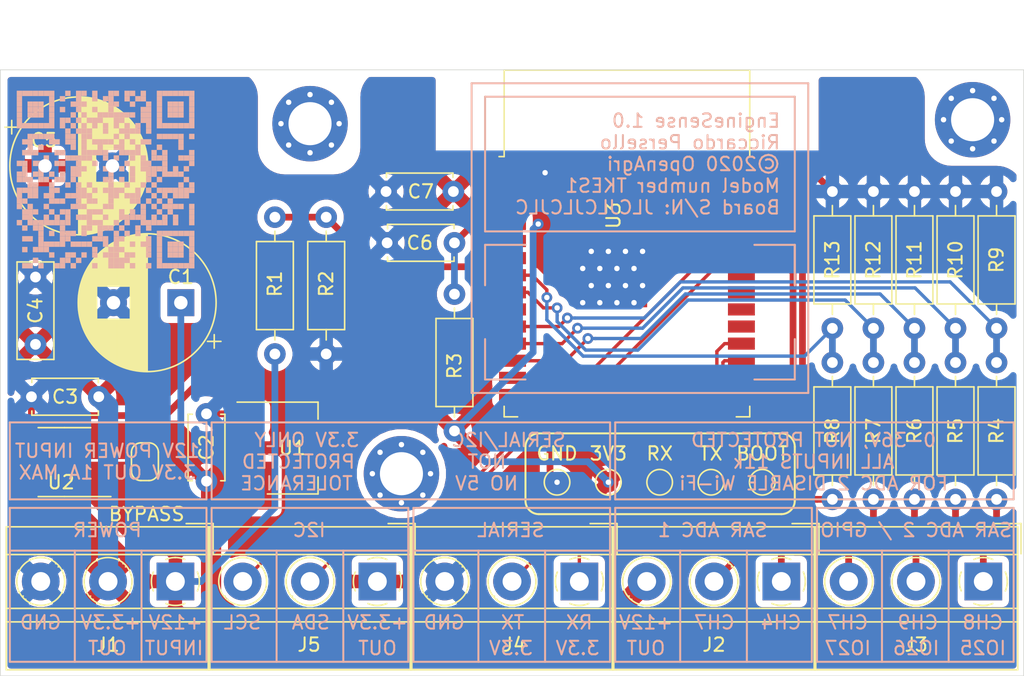
<source format=kicad_pcb>
(kicad_pcb (version 20171130) (host pcbnew "(5.1.5-0-10_14)")
  (layers (0 F.Cu signal) (31 B.Cu signal) (34 B.Paste user hide) (35 F.Paste user hide) (36 B.SilkS user) (37 F.SilkS user) (38 B.Mask user) (39 F.Mask user) (44 Edge.Cuts user))
  (net 0 "")
  (net 1 +12V)
  (net 2 GND)
  (net 3 +3V3)
  (net 4 "Net-(C7-Pad2)")
  (net 5 /SCL)
  (net 6 /SDA)
  (net 7 /AN_VOLT)
  (net 8 /PR_BOOT)
  (net 9 /PR_TX)
  (net 10 /PR_RX)
  (net 11 "Net-(U2-Pad6)")
  (net 12 /AN_CURR)
  (net 13 "Net-(U3-Pad4)")
  (net 14 "Net-(U3-Pad5)")
  (net 15 "Net-(U3-Pad13)")
  (net 16 "Net-(U3-Pad14)")
  (net 17 "Net-(U3-Pad16)")
  (net 18 "Net-(U3-Pad17)")
  (net 19 "Net-(U3-Pad18)")
  (net 20 "Net-(U3-Pad19)")
  (net 21 "Net-(U3-Pad20)")
  (net 22 "Net-(U3-Pad21)")
  (net 23 "Net-(U3-Pad22)")
  (net 24 "Net-(U3-Pad23)")
  (net 25 "Net-(U3-Pad24)")
  (net 26 "Net-(U3-Pad26)")
  (net 27 "Net-(U3-Pad29)")
  (net 28 "Net-(U3-Pad30)")
  (net 29 "Net-(U3-Pad31)")
  (net 30 "Net-(U3-Pad32)")
  (net 31 "Net-(U3-Pad37)")
  (net 32 /RX)
  (net 33 /TX)
  (net 34 "Net-(R4-Pad2)")
  (net 35 "Net-(R10-Pad1)")
  (net 36 "Net-(R11-Pad1)")
  (net 37 "Net-(R12-Pad1)")
  (net 38 "Net-(R13-Pad1)")
  (net 39 /12VIN)
  (net 40 /ADC1_4)
  (net 41 /ADC1_7)
  (net 42 /ADC2_7)
  (net 43 /ADC2_9)
  (net 44 /ADC2_8)
  (module open-agri.github.io/TKES1 (layer B.Cu) (at 59.817 65.151 180)
    (fp_text reference " " (at 0 -7.8) (layer B.SilkS) (effects (justify mirror)))
    (fp_text value " " (at 0 7.8) (layer B.SilkS) (effects (justify mirror)))
  )
  (module MountingHole:MountingHole_3.2mm_M3_DIN965_Pad (layer F.Cu) (at 81.788 86.995)
    (fp_text reference " " (at 0 -3.8) (layer F.SilkS))
    (fp_text value MountingHole_3.2mm_M3_DIN965_Pad)
    (pad 1 thru_hole circle (at 0 0) (size 5.6 5.6) (drill 3.2) (layers *.Cu *.Mask))
  )
  (module MountingHole:MountingHole_3.2mm_M3_DIN965_Pad (layer F.Cu) (at 124.206 60.706)
    (fp_text reference " " (at 0 -3.8) (layer F.SilkS))
    (fp_text value MountingHole_3.2mm_M3_DIN965_Pad)
    (pad 1 thru_hole circle (at 0 0) (size 5.6 5.6) (drill 3.2) (layers *.Cu *.Mask))
  )
  (module MountingHole:MountingHole_3.2mm_M3_DIN965_Pad (layer F.Cu) (at 75 61)
    (fp_text reference " " (at 0 -3.8) (layer F.SilkS))
    (fp_text value MountingHole_3.2mm_M3_DIN965_Pad)
    (pad 1 thru_hole circle (at 0 0) (size 5.6 5.6) (drill 3.2) (layers *.Cu *.Mask))
  )
  (module Capacitor_THT:CP_Radial_D10.0mm_P5.00mm (layer F.Cu) (at 65.405 74.295 180)
    (fp_text reference C1 (at 0 1.905) (layer F.SilkS))
    (fp_text value 100u)
    (pad 1 thru_hole rect (at 0 0 180) (size 2 2) (drill 1) (layers *.Cu *.Mask) (net 1 +12V))
    (pad 2 thru_hole circle (at 5 0 180) (size 2 2) (drill 1) (layers *.Cu *.Mask) (net 2 GND))
  )
  (module Capacitor_THT:C_Disc_D4.7mm_W2.5mm_P5.00mm (layer F.Cu) (at 67.31 87.55 90)
    (fp_text reference C2 (at 2.5 0 90) (layer F.SilkS))
    (fp_text value 1u)
    (pad 2 thru_hole circle (at 5 0 90) (size 1.6 1.6) (drill 0.8) (layers *.Cu *.Mask) (net 2 GND))
    (pad 1 thru_hole circle (at 0 0 90) (size 1.6 1.6) (drill 0.8) (layers *.Cu *.Mask) (net 1 +12V))
  )
  (module Capacitor_THT:C_Disc_D4.7mm_W2.5mm_P5.00mm (layer F.Cu) (at 59.309 81.28 180)
    (fp_text reference C3 (at 2.5 0) (layer F.SilkS))
    (fp_text value 100n)
    (pad 2 thru_hole circle (at 5 0 180) (size 1.6 1.6) (drill 0.8) (layers *.Cu *.Mask) (net 2 GND))
    (pad 1 thru_hole circle (at 0 0 180) (size 1.6 1.6) (drill 0.8) (layers *.Cu *.Mask) (net 3 +3V3))
  )
  (module Capacitor_THT:C_Disc_D7.0mm_W2.5mm_P5.00mm (layer F.Cu) (at 54.61 77.39 90)
    (fp_text reference C4 (at 2.5 0 90) (layer F.SilkS))
    (fp_text value 2.2u)
    (pad 1 thru_hole circle (at 0 0 90) (size 1.6 1.6) (drill 0.8) (layers *.Cu *.Mask) (net 3 +3V3))
    (pad 2 thru_hole circle (at 5 0 90) (size 1.6 1.6) (drill 0.8) (layers *.Cu *.Mask) (net 2 GND))
  )
  (module Capacitor_THT:CP_Radial_D10.0mm_P5.00mm (layer F.Cu) (at 55.325 64.135)
    (fp_text reference C5 (at -0.08 -1.905) (layer F.SilkS))
    (fp_text value 220u)
    (pad 2 thru_hole circle (at 5 0) (size 2 2) (drill 1) (layers *.Cu *.Mask) (net 2 GND))
    (pad 1 thru_hole rect (at 0 0) (size 2 2) (drill 1) (layers *.Cu *.Mask) (net 3 +3V3))
  )
  (module Capacitor_THT:C_Disc_D4.7mm_W2.5mm_P5.00mm (layer F.Cu) (at 85.645 66.04 180)
    (fp_text reference C6 (at 2.5 -3.81) (layer F.SilkS))
    (fp_text value C)
    (pad 1 thru_hole circle (at 0 0 180) (size 1.6 1.6) (drill 0.8) (layers *.Cu *.Mask) (net 3 +3V3))
    (pad 2 thru_hole circle (at 5 0 180) (size 1.6 1.6) (drill 0.8) (layers *.Cu *.Mask) (net 2 GND))
  )
  (module Capacitor_THT:C_Disc_D4.7mm_W2.5mm_P5.00mm (layer F.Cu) (at 80.725 69.85)
    (fp_text reference C7 (at 2.5 -3.81) (layer F.SilkS))
    (fp_text value 100n)
    (pad 1 thru_hole circle (at 0 0) (size 1.6 1.6) (drill 0.8) (layers *.Cu *.Mask) (net 2 GND))
    (pad 2 thru_hole circle (at 5 0) (size 1.6 1.6) (drill 0.8) (layers *.Cu *.Mask) (net 4 "Net-(C7-Pad2)"))
  )
  (module TerminalBlock_MetzConnect:TerminalBlock_MetzConnect_Type011_RT05503HBWC_1x03_P5.00mm_Horizontal (layer F.Cu) (at 65 95 180)
    (fp_text reference J1 (at 5 -4.695) (layer F.SilkS))
    (fp_text value POWER)
    (pad 1 thru_hole rect (at 0 0 180) (size 2.8 2.8) (drill 1.4) (layers *.Cu *.Mask) (net 39 /12VIN))
    (pad 2 thru_hole circle (at 5 0 180) (size 2.8 2.8) (drill 1.4) (layers *.Cu *.Mask) (net 3 +3V3))
    (pad 3 thru_hole circle (at 10 0 180) (size 2.8 2.8) (drill 1.4) (layers *.Cu *.Mask) (net 2 GND))
  )
  (module TerminalBlock_MetzConnect:TerminalBlock_MetzConnect_Type011_RT05503HBWC_1x03_P5.00mm_Horizontal (layer F.Cu) (at 110 95 180)
    (fp_text reference J2 (at 5 -4.695) (layer F.SilkS))
    (fp_text value ADC1)
    (pad 1 thru_hole rect (at 0 0 180) (size 2.8 2.8) (drill 1.4) (layers *.Cu *.Mask) (net 40 /ADC1_4))
    (pad 2 thru_hole circle (at 5 0 180) (size 2.8 2.8) (drill 1.4) (layers *.Cu *.Mask) (net 41 /ADC1_7))
    (pad 3 thru_hole circle (at 10 0 180) (size 2.8 2.8) (drill 1.4) (layers *.Cu *.Mask) (net 1 +12V))
  )
  (module TerminalBlock_MetzConnect:TerminalBlock_MetzConnect_Type011_RT05503HBWC_1x03_P5.00mm_Horizontal (layer F.Cu) (at 125 95 180)
    (fp_text reference J3 (at 4.985 -4.695) (layer F.SilkS))
    (fp_text value ADC2)
    (pad 3 thru_hole circle (at 10 0 180) (size 2.8 2.8) (drill 1.4) (layers *.Cu *.Mask) (net 42 /ADC2_7))
    (pad 2 thru_hole circle (at 5 0 180) (size 2.8 2.8) (drill 1.4) (layers *.Cu *.Mask) (net 43 /ADC2_9))
    (pad 1 thru_hole rect (at 0 0 180) (size 2.8 2.8) (drill 1.4) (layers *.Cu *.Mask) (net 44 /ADC2_8))
  )
  (module TerminalBlock_MetzConnect:TerminalBlock_MetzConnect_Type011_RT05503HBWC_1x03_P5.00mm_Horizontal (layer F.Cu) (at 95 95 180)
    (fp_text reference J4 (at 4.83 -4.695) (layer F.SilkS))
    (fp_text value UART)
    (pad 1 thru_hole rect (at 0 0 180) (size 2.8 2.8) (drill 1.4) (layers *.Cu *.Mask) (net 32 /RX))
    (pad 2 thru_hole circle (at 5 0 180) (size 2.8 2.8) (drill 1.4) (layers *.Cu *.Mask) (net 33 /TX))
    (pad 3 thru_hole circle (at 10 0 180) (size 2.8 2.8) (drill 1.4) (layers *.Cu *.Mask) (net 2 GND))
  )
  (module TerminalBlock_MetzConnect:TerminalBlock_MetzConnect_Type011_RT05503HBWC_1x03_P5.00mm_Horizontal (layer F.Cu) (at 80 95 180)
    (fp_text reference J5 (at 5.07 -4.695) (layer F.SilkS))
    (fp_text value I2C)
    (pad 3 thru_hole circle (at 10 0 180) (size 2.8 2.8) (drill 1.4) (layers *.Cu *.Mask) (net 5 /SCL))
    (pad 2 thru_hole circle (at 5 0 180) (size 2.8 2.8) (drill 1.4) (layers *.Cu *.Mask) (net 6 /SDA))
    (pad 1 thru_hole rect (at 0 0 180) (size 2.8 2.8) (drill 1.4) (layers *.Cu *.Mask) (net 3 +3V3))
  )
  (module Jumper:SolderJumper-2_P1.3mm_Open_RoundedPad1.0x1.5mm (layer F.Cu) (at 62.738 86.106 270)
    (fp_text reference BYPASS (at 3.894 -0.127 180) (layer F.SilkS))
    (fp_text value BYPASS)
    (pad 1 smd custom (at -0.65 0 270) (size 1 0.5) (layers F.Cu F.Mask) (net 1 +12V) (options (clearance outline) (anchor rect)) (primitives (gr_circle (center 0 0.25) (end 0.5 0.25) (width 0)) (gr_circle (center 0 -0.25) (end 0.5 -0.25) (width 0)) (gr_poly (pts (xy 0 -0.75) (xy 0.5 -0.75) (xy 0.5 0.75) (xy 0 0.75)) (width 0))))
    (pad 2 smd custom (at 0.65 0 270) (size 1 0.5) (layers F.Cu F.Mask) (net 39 /12VIN) (options (clearance outline) (anchor rect)) (primitives (gr_circle (center 0 0.25) (end 0.5 0.25) (width 0)) (gr_circle (center 0 -0.25) (end 0.5 -0.25) (width 0)) (gr_poly (pts (xy 0 -0.75) (xy -0.5 -0.75) (xy -0.5 0.75) (xy 0 0.75)) (width 0))))
  )
  (module Resistor_THT:R_Axial_DIN0207_L6.3mm_D2.5mm_P10.16mm_Horizontal (layer F.Cu) (at 72.39 78.105 90)
    (fp_text reference R1 (at 5.207 0 90) (layer F.SilkS))
    (fp_text value 10k)
    (pad 1 thru_hole circle (at 0 0 90) (size 1.6 1.6) (drill 0.8) (layers *.Cu *.Mask) (net 39 /12VIN))
    (pad 2 thru_hole oval (at 10.16 0 90) (size 1.6 1.6) (drill 0.8) (layers *.Cu *.Mask) (net 7 /AN_VOLT))
  )
  (module Resistor_THT:R_Axial_DIN0207_L6.3mm_D2.5mm_P10.16mm_Horizontal (layer F.Cu) (at 76.2 67.945 270)
    (fp_text reference R2 (at 4.953 0 90) (layer F.SilkS))
    (fp_text value 1k)
    (pad 2 thru_hole oval (at 10.16 0 270) (size 1.6 1.6) (drill 0.8) (layers *.Cu *.Mask) (net 2 GND))
    (pad 1 thru_hole circle (at 0 0 270) (size 1.6 1.6) (drill 0.8) (layers *.Cu *.Mask) (net 7 /AN_VOLT))
  )
  (module Resistor_THT:R_Axial_DIN0207_L6.3mm_D2.5mm_P10.16mm_Horizontal (layer F.Cu) (at 85.725 83.82 90)
    (fp_text reference R3 (at 4.826 0 90) (layer F.SilkS))
    (fp_text value 10k)
    (pad 1 thru_hole circle (at 0 0 90) (size 1.6 1.6) (drill 0.8) (layers *.Cu *.Mask) (net 3 +3V3))
    (pad 2 thru_hole oval (at 10.16 0 90) (size 1.6 1.6) (drill 0.8) (layers *.Cu *.Mask) (net 4 "Net-(C7-Pad2)"))
  )
  (module TestPoint:TestPoint_Pad_D1.5mm (layer F.Cu) (at 108.585 87.63 180)
    (fp_text reference BOOT (at 0 2.13) (layer F.SilkS))
    (fp_text value SERVICE_BOOT)
    (pad 1 smd circle (at 0 0 180) (size 1.5 1.5) (layers F.Cu F.Mask) (net 8 /PR_BOOT))
  )
  (module TestPoint:TestPoint_Pad_D1.5mm (layer F.Cu) (at 104.775 87.63 180)
    (fp_text reference TX (at 0 2.13) (layer F.SilkS))
    (fp_text value SERVICE_TX)
    (pad 1 smd circle (at 0 0 180) (size 1.5 1.5) (layers F.Cu F.Mask) (net 9 /PR_TX))
  )
  (module TestPoint:TestPoint_Pad_D1.5mm (layer F.Cu) (at 100.965 87.63 180)
    (fp_text reference RX (at 0 2.13) (layer F.SilkS))
    (fp_text value SERVICE_RX)
    (pad 1 smd circle (at 0 0 180) (size 1.5 1.5) (layers F.Cu F.Mask) (net 10 /PR_RX))
  )
  (module TestPoint:TestPoint_Pad_D1.5mm (layer F.Cu) (at 97.155 87.63 180)
    (fp_text reference 3V3 (at 0 2.13) (layer F.SilkS))
    (fp_text value SERVICE_3V3)
    (pad 1 smd circle (at 0 0 180) (size 1.5 1.5) (layers F.Cu F.Mask) (net 3 +3V3))
  )
  (module TestPoint:TestPoint_Pad_D1.5mm (layer F.Cu) (at 93.345 87.63 180)
    (fp_text reference GND (at 0 2.13) (layer F.SilkS))
    (fp_text value SERVICE_GND)
    (pad 1 smd circle (at 0 0 180) (size 1.5 1.5) (layers F.Cu F.Mask) (net 2 GND))
  )
  (module Package_TO_SOT_SMD:SOT-223-3_TabPin2 (layer F.Cu) (at 73.685 85.09)
    (fp_text reference U1 (at 0 0) (layer F.SilkS))
    (fp_text value AMS1117-3.3)
    (pad 1 smd rect (at -3.15 -2.3) (size 2 1.5) (layers F.Cu F.Paste F.Mask) (net 2 GND))
    (pad 3 smd rect (at -3.15 2.3) (size 2 1.5) (layers F.Cu F.Paste F.Mask) (net 1 +12V))
    (pad 2 smd rect (at -3.15 0) (size 2 1.5) (layers F.Cu F.Paste F.Mask) (net 3 +3V3))
    (pad 2 smd rect (at 3.15 0) (size 2 3.8) (layers F.Cu F.Paste F.Mask) (net 3 +3V3))
  )
  (module Package_SO:SOIC-8_3.9x4.9mm_P1.27mm (layer F.Cu) (at 56.76 86.135 180)
    (fp_text reference U2 (at 0.245 -1.495) (layer F.SilkS))
    (fp_text value ACS711xLCTR-12AB)
    (pad 1 smd roundrect (at -2.475 -1.905 180) (size 1.95 0.6) (layers F.Cu F.Paste F.Mask) (net 39 /12VIN))
    (pad 2 smd roundrect (at -2.475 -0.635 180) (size 1.95 0.6) (layers F.Cu F.Paste F.Mask) (net 39 /12VIN))
    (pad 3 smd roundrect (at -2.475 0.635 180) (size 1.95 0.6) (layers F.Cu F.Paste F.Mask) (net 1 +12V))
    (pad 4 smd roundrect (at -2.475 1.905 180) (size 1.95 0.6) (layers F.Cu F.Paste F.Mask) (net 1 +12V))
    (pad 5 smd roundrect (at 2.475 1.905 180) (size 1.95 0.6) (layers F.Cu F.Paste F.Mask) (net 2 GND))
    (pad 6 smd roundrect (at 2.475 0.635 180) (size 1.95 0.6) (layers F.Cu F.Paste F.Mask) (net 11 "Net-(U2-Pad6)"))
    (pad 7 smd roundrect (at 2.475 -0.635 180) (size 1.95 0.6) (layers F.Cu F.Paste F.Mask) (net 12 /AN_CURR))
    (pad 8 smd roundrect (at 2.475 -1.905 180) (size 1.95 0.6) (layers F.Cu F.Paste F.Mask) (net 3 +3V3))
  )
  (module RF_Module:ESP32-WROOM-32 (layer F.Cu) (at 98.536 72.891)
    (fp_text reference U3 (at -1 -5.073 90) (layer F.SilkS))
    (fp_text value ESP32-WROOM-32)
    (pad 39 smd rect (at -1 -0.755) (size 5 5) (layers F.Cu F.Paste F.Mask) (net 2 GND))
    (pad 1 smd rect (at -8.5 -8.255) (size 2 0.9) (layers F.Cu F.Paste F.Mask) (net 2 GND))
    (pad 2 smd rect (at -8.5 -6.985) (size 2 0.9) (layers F.Cu F.Paste F.Mask) (net 3 +3V3))
    (pad 3 smd rect (at -8.5 -5.715) (size 2 0.9) (layers F.Cu F.Paste F.Mask) (net 4 "Net-(C7-Pad2)"))
    (pad 4 smd rect (at -8.5 -4.445) (size 2 0.9) (layers F.Cu F.Paste F.Mask) (net 13 "Net-(U3-Pad4)"))
    (pad 5 smd rect (at -8.5 -3.175) (size 2 0.9) (layers F.Cu F.Paste F.Mask) (net 14 "Net-(U3-Pad5)"))
    (pad 6 smd rect (at -8.5 -1.905) (size 2 0.9) (layers F.Cu F.Paste F.Mask) (net 7 /AN_VOLT))
    (pad 7 smd rect (at -8.5 -0.635) (size 2 0.9) (layers F.Cu F.Paste F.Mask) (net 38 "Net-(R13-Pad1)"))
    (pad 8 smd rect (at -8.5 0.635) (size 2 0.9) (layers F.Cu F.Paste F.Mask) (net 37 "Net-(R12-Pad1)"))
    (pad 9 smd rect (at -8.5 1.905) (size 2 0.9) (layers F.Cu F.Paste F.Mask) (net 12 /AN_CURR))
    (pad 10 smd rect (at -8.5 3.175) (size 2 0.9) (layers F.Cu F.Paste F.Mask) (net 34 "Net-(R4-Pad2)"))
    (pad 11 smd rect (at -8.5 4.445) (size 2 0.9) (layers F.Cu F.Paste F.Mask) (net 35 "Net-(R10-Pad1)"))
    (pad 12 smd rect (at -8.5 5.715) (size 2 0.9) (layers F.Cu F.Paste F.Mask) (net 36 "Net-(R11-Pad1)"))
    (pad 13 smd rect (at -8.5 6.985) (size 2 0.9) (layers F.Cu F.Paste F.Mask) (net 15 "Net-(U3-Pad13)"))
    (pad 14 smd rect (at -8.5 8.255) (size 2 0.9) (layers F.Cu F.Paste F.Mask) (net 16 "Net-(U3-Pad14)"))
    (pad 15 smd rect (at -5.715 9.255 90) (size 2 0.9) (layers F.Cu F.Paste F.Mask) (net 2 GND))
    (pad 16 smd rect (at -4.445 9.255 90) (size 2 0.9) (layers F.Cu F.Paste F.Mask) (net 17 "Net-(U3-Pad16)"))
    (pad 17 smd rect (at -3.175 9.255 90) (size 2 0.9) (layers F.Cu F.Paste F.Mask) (net 18 "Net-(U3-Pad17)"))
    (pad 18 smd rect (at -1.905 9.255 90) (size 2 0.9) (layers F.Cu F.Paste F.Mask) (net 19 "Net-(U3-Pad18)"))
    (pad 19 smd rect (at -0.635 9.255 90) (size 2 0.9) (layers F.Cu F.Paste F.Mask) (net 20 "Net-(U3-Pad19)"))
    (pad 20 smd rect (at 0.635 9.255 90) (size 2 0.9) (layers F.Cu F.Paste F.Mask) (net 21 "Net-(U3-Pad20)"))
    (pad 21 smd rect (at 1.905 9.255 90) (size 2 0.9) (layers F.Cu F.Paste F.Mask) (net 22 "Net-(U3-Pad21)"))
    (pad 22 smd rect (at 3.175 9.255 90) (size 2 0.9) (layers F.Cu F.Paste F.Mask) (net 23 "Net-(U3-Pad22)"))
    (pad 23 smd rect (at 4.445 9.255 90) (size 2 0.9) (layers F.Cu F.Paste F.Mask) (net 24 "Net-(U3-Pad23)"))
    (pad 24 smd rect (at 5.715 9.255 90) (size 2 0.9) (layers F.Cu F.Paste F.Mask) (net 25 "Net-(U3-Pad24)"))
    (pad 25 smd rect (at 8.5 8.255) (size 2 0.9) (layers F.Cu F.Paste F.Mask) (net 8 /PR_BOOT))
    (pad 26 smd rect (at 8.5 6.985) (size 2 0.9) (layers F.Cu F.Paste F.Mask) (net 26 "Net-(U3-Pad26)"))
    (pad 27 smd rect (at 8.5 5.715) (size 2 0.9) (layers F.Cu F.Paste F.Mask) (net 32 /RX))
    (pad 28 smd rect (at 8.5 4.445) (size 2 0.9) (layers F.Cu F.Paste F.Mask) (net 33 /TX))
    (pad 29 smd rect (at 8.5 3.175) (size 2 0.9) (layers F.Cu F.Paste F.Mask) (net 27 "Net-(U3-Pad29)"))
    (pad 30 smd rect (at 8.5 1.905) (size 2 0.9) (layers F.Cu F.Paste F.Mask) (net 28 "Net-(U3-Pad30)"))
    (pad 31 smd rect (at 8.5 0.635) (size 2 0.9) (layers F.Cu F.Paste F.Mask) (net 29 "Net-(U3-Pad31)"))
    (pad 32 smd rect (at 8.5 -0.635) (size 2 0.9) (layers F.Cu F.Paste F.Mask) (net 30 "Net-(U3-Pad32)"))
    (pad 33 smd rect (at 8.5 -1.905) (size 2 0.9) (layers F.Cu F.Paste F.Mask) (net 6 /SDA))
    (pad 34 smd rect (at 8.5 -3.175) (size 2 0.9) (layers F.Cu F.Paste F.Mask) (net 10 /PR_RX))
    (pad 35 smd rect (at 8.5 -4.445) (size 2 0.9) (layers F.Cu F.Paste F.Mask) (net 9 /PR_TX))
    (pad 36 smd rect (at 8.5 -5.715) (size 2 0.9) (layers F.Cu F.Paste F.Mask) (net 5 /SCL))
    (pad 37 smd rect (at 8.5 -6.985) (size 2 0.9) (layers F.Cu F.Paste F.Mask) (net 31 "Net-(U3-Pad37)"))
    (pad 38 smd rect (at 8.5 -8.255) (size 2 0.9) (layers F.Cu F.Paste F.Mask) (net 2 GND))
  )
  (module Resistor_THT:R_Axial_DIN0207_L6.3mm_D2.5mm_P10.16mm_Horizontal (layer F.Cu) (at 125.984 88.9 90)
    (fp_text reference R4 (at 5.08 0 90) (layer F.SilkS))
    (fp_text value 10k)
    (pad 2 thru_hole oval (at 10.16 0 90) (size 1.6 1.6) (drill 0.8) (layers *.Cu *.Mask) (net 34 "Net-(R4-Pad2)"))
    (pad 1 thru_hole circle (at 0 0 90) (size 1.6 1.6) (drill 0.8) (layers *.Cu *.Mask) (net 44 /ADC2_8))
  )
  (module Resistor_THT:R_Axial_DIN0207_L6.3mm_D2.5mm_P10.16mm_Horizontal (layer F.Cu) (at 122.936 88.9 90)
    (fp_text reference R5 (at 5.08 0 90) (layer F.SilkS))
    (fp_text value 10k)
    (pad 1 thru_hole circle (at 0 0 90) (size 1.6 1.6) (drill 0.8) (layers *.Cu *.Mask) (net 43 /ADC2_9))
    (pad 2 thru_hole oval (at 10.16 0 90) (size 1.6 1.6) (drill 0.8) (layers *.Cu *.Mask) (net 35 "Net-(R10-Pad1)"))
  )
  (module Resistor_THT:R_Axial_DIN0207_L6.3mm_D2.5mm_P10.16mm_Horizontal (layer F.Cu) (at 119.888 88.9 90)
    (fp_text reference R6 (at 5.08 0 90) (layer F.SilkS))
    (fp_text value 10k)
    (pad 2 thru_hole oval (at 10.16 0 90) (size 1.6 1.6) (drill 0.8) (layers *.Cu *.Mask) (net 36 "Net-(R11-Pad1)"))
    (pad 1 thru_hole circle (at 0 0 90) (size 1.6 1.6) (drill 0.8) (layers *.Cu *.Mask) (net 42 /ADC2_7))
  )
  (module Resistor_THT:R_Axial_DIN0207_L6.3mm_D2.5mm_P10.16mm_Horizontal (layer F.Cu) (at 116.84 88.9 90)
    (fp_text reference R7 (at 5.08 0 90) (layer F.SilkS))
    (fp_text value 10k)
    (pad 1 thru_hole circle (at 0 0 90) (size 1.6 1.6) (drill 0.8) (layers *.Cu *.Mask) (net 40 /ADC1_4))
    (pad 2 thru_hole oval (at 10.16 0 90) (size 1.6 1.6) (drill 0.8) (layers *.Cu *.Mask) (net 37 "Net-(R12-Pad1)"))
  )
  (module Resistor_THT:R_Axial_DIN0207_L6.3mm_D2.5mm_P10.16mm_Horizontal (layer F.Cu) (at 113.792 88.9 90)
    (fp_text reference R8 (at 5.08 0 90) (layer F.SilkS))
    (fp_text value 10k)
    (pad 2 thru_hole oval (at 10.16 0 90) (size 1.6 1.6) (drill 0.8) (layers *.Cu *.Mask) (net 38 "Net-(R13-Pad1)"))
    (pad 1 thru_hole circle (at 0 0 90) (size 1.6 1.6) (drill 0.8) (layers *.Cu *.Mask) (net 41 /ADC1_7))
  )
  (module Resistor_THT:R_Axial_DIN0207_L6.3mm_D2.5mm_P10.16mm_Horizontal (layer F.Cu) (at 125.984 76.2 90)
    (fp_text reference R9 (at 5.08 0 90) (layer F.SilkS))
    (fp_text value 1k)
    (pad 1 thru_hole circle (at 0 0 90) (size 1.6 1.6) (drill 0.8) (layers *.Cu *.Mask) (net 34 "Net-(R4-Pad2)"))
    (pad 2 thru_hole oval (at 10.16 0 90) (size 1.6 1.6) (drill 0.8) (layers *.Cu *.Mask) (net 2 GND))
  )
  (module Resistor_THT:R_Axial_DIN0207_L6.3mm_D2.5mm_P10.16mm_Horizontal (layer F.Cu) (at 122.936 76.2 90)
    (fp_text reference R10 (at 5.08 0 90) (layer F.SilkS))
    (fp_text value 1k)
    (pad 1 thru_hole circle (at 0 0 90) (size 1.6 1.6) (drill 0.8) (layers *.Cu *.Mask) (net 35 "Net-(R10-Pad1)"))
    (pad 2 thru_hole oval (at 10.16 0 90) (size 1.6 1.6) (drill 0.8) (layers *.Cu *.Mask) (net 2 GND))
  )
  (module Resistor_THT:R_Axial_DIN0207_L6.3mm_D2.5mm_P10.16mm_Horizontal (layer F.Cu) (at 119.888 76.2 90)
    (fp_text reference R11 (at 5.08 0 90) (layer F.SilkS))
    (fp_text value 1k)
    (pad 2 thru_hole oval (at 10.16 0 90) (size 1.6 1.6) (drill 0.8) (layers *.Cu *.Mask) (net 2 GND))
    (pad 1 thru_hole circle (at 0 0 90) (size 1.6 1.6) (drill 0.8) (layers *.Cu *.Mask) (net 36 "Net-(R11-Pad1)"))
  )
  (module Resistor_THT:R_Axial_DIN0207_L6.3mm_D2.5mm_P10.16mm_Horizontal (layer F.Cu) (at 116.84 76.2 90)
    (fp_text reference R12 (at 5.08 0 90) (layer F.SilkS))
    (fp_text value 1k)
    (pad 1 thru_hole circle (at 0 0 90) (size 1.6 1.6) (drill 0.8) (layers *.Cu *.Mask) (net 37 "Net-(R12-Pad1)"))
    (pad 2 thru_hole oval (at 10.16 0 90) (size 1.6 1.6) (drill 0.8) (layers *.Cu *.Mask) (net 2 GND))
  )
  (module Resistor_THT:R_Axial_DIN0207_L6.3mm_D2.5mm_P10.16mm_Horizontal (layer F.Cu) (at 113.792 76.2 90)
    (fp_text reference R13 (at 5.08 0 90) (layer F.SilkS))
    (fp_text value 1k)
    (pad 2 thru_hole oval (at 10.16 0 90) (size 1.6 1.6) (drill 0.8) (layers *.Cu *.Mask) (net 2 GND))
    (pad 1 thru_hole circle (at 0 0 90) (size 1.6 1.6) (drill 0.8) (layers *.Cu *.Mask) (net 38 "Net-(R13-Pad1)"))
  )
  (gr_text IO27 (at 114.935 99.949) (layer B.SilkS) (effects (font (size 1 1)) (justify mirror)))
  (gr_text IO26 (at 120.015 99.949) (layer B.SilkS) (effects (font (size 1 1)) (justify mirror)))
  (gr_text IO25 (at 124.968 99.949) (layer B.SilkS) (effects (font (size 1 1)) (justify mirror)))
  (gr_arc (start 92 89) (end 91 89) (angle -90) (layer F.SilkS) (width 0.15))
  (gr_arc (start 110 89) (end 110 90) (angle -90) (layer F.SilkS) (width 0.15))
  (gr_arc (start 110 85) (end 111 85) (angle -90) (layer F.SilkS) (width 0.15))
  (gr_arc (start 92 85) (end 92 84) (angle -90) (layer F.SilkS) (width 0.15))
  (gr_line (start 92 84) (end 110 84) (layer F.SilkS) (width 0.15))
  (gr_line (start 91 89) (end 91 85) (layer F.SilkS) (width 0.15))
  (gr_line (start 110 90) (end 92 90) (layer F.SilkS) (width 0.15))
  (gr_line (start 111 85) (end 111 89) (layer F.SilkS) (width 0.15))
  (gr_line (start 111 80) (end 111 77) (layer B.SilkS) (width 0.15))
  (gr_line (start 108 80) (end 111 80) (layer B.SilkS) (width 0.15))
  (gr_line (start 88 80) (end 91 80) (layer B.SilkS) (width 0.15))
  (gr_line (start 88 80) (end 88 77) (layer B.SilkS) (width 0.15))
  (gr_line (start 88 70) (end 88 73) (layer B.SilkS) (width 0.15))
  (gr_line (start 91 70) (end 88 70) (layer B.SilkS) (width 0.15))
  (gr_line (start 111 70) (end 108 70) (layer B.SilkS) (width 0.15))
  (gr_line (start 111 73) (end 111 70) (layer B.SilkS) (width 0.15))
  (gr_line (start 111 70) (end 111 73) (layer B.SilkS) (width 0.15))
  (gr_line (start 111 69) (end 111 59) (layer B.SilkS) (width 0.15))
  (gr_line (start 88 69) (end 111 69) (layer B.SilkS) (width 0.15))
  (gr_line (start 88 59) (end 88 69) (layer B.SilkS) (width 0.15))
  (gr_line (start 111 59) (end 88 59) (layer B.SilkS) (width 0.15))
  (gr_line (start 112 81) (end 112 58) (layer B.SilkS) (width 0.15))
  (gr_line (start 87 81) (end 112 81) (layer B.SilkS) (width 0.15))
  (gr_line (start 87 58) (end 87 81) (layer B.SilkS) (width 0.15))
  (gr_line (start 112 58) (end 87 58) (layer B.SilkS) (width 0.15))
  (gr_text "EngineSense 1.0\nRiccardo Persello\n©2020 OpenAgri\nModel number TKES1\nBoard S/N: JLCJLCJLCJLC" (at 110 64) (layer B.SilkS) (effects (font (size 1 1)) (justify left mirror)))
  (gr_text "0-36V, NOT PROTECTED\nALL INPUTS 11k\nFOR ADC 2 DISABLE Wi-Fi" (at 112.395 86.106) (layer B.SilkS) (effects (font (size 1 1)) (justify mirror)))
  (gr_text "SERIAL/I2C         3.3V ONLY\n       NOT           PROTECTED\n      NO 5V          TOLERANCE" (at 82.423 86.106) (layer B.SilkS) (effects (font (size 1 1)) (justify mirror)))
  (gr_text "12V POWER INPUT\n3.3V OUT 1A MAX" (at 59.944 86.106) (layer B.SilkS) (effects (font (size 1 1)) (justify mirror)))
  (gr_line (start 127.254 88.9) (end 97.663 88.9) (layer B.SilkS) (width 0.15))
  (gr_line (start 127.254 83.185) (end 127.254 88.9) (layer B.SilkS) (width 0.15))
  (gr_line (start 97.663 83.185) (end 127.254 83.185) (layer B.SilkS) (width 0.15))
  (gr_line (start 97.663 88.9) (end 97.663 83.185) (layer B.SilkS) (width 0.15))
  (gr_line (start 67.691 83.185) (end 67.691 88.9) (layer B.SilkS) (width 0.15))
  (gr_line (start 97.282 83.185) (end 67.691 83.185) (layer B.SilkS) (width 0.15))
  (gr_line (start 97.282 88.9) (end 97.282 83.185) (layer B.SilkS) (width 0.15))
  (gr_line (start 67.691 88.9) (end 97.282 88.9) (layer B.SilkS) (width 0.15))
  (gr_line (start 52.705 83.185) (end 52.705 88.9) (layer B.SilkS) (width 0.15))
  (gr_line (start 67.31 83.185) (end 52.705 83.185) (layer B.SilkS) (width 0.15))
  (gr_line (start 67.31 88.9) (end 67.31 83.185) (layer B.SilkS) (width 0.15))
  (gr_line (start 52.705 88.9) (end 67.31 88.9) (layer B.SilkS) (width 0.15))
  (gr_text OUT (at 99.949 99.949) (layer B.SilkS) (effects (font (size 1 1)) (justify mirror)))
  (gr_line (start 127.254 89.535) (end 127.254 100.965) (layer B.SilkS) (width 0.15))
  (gr_line (start 122.428 100.965) (end 122.428 92.71) (layer B.SilkS) (width 0.15))
  (gr_line (start 112.649 100.965) (end 112.649 89.535) (layer B.SilkS) (width 0.15))
  (gr_line (start 127.254 100.965) (end 112.649 100.965) (layer B.SilkS) (width 0.15))
  (gr_line (start 117.475 92.71) (end 117.475 100.965) (layer B.SilkS) (width 0.15))
  (gr_line (start 127.254 92.71) (end 112.649 92.71) (layer B.SilkS) (width 0.15))
  (gr_line (start 112.649 89.535) (end 127.254 89.535) (layer B.SilkS) (width 0.15))
  (gr_text CH7 (at 114.935 98.044) (layer B.SilkS) (effects (font (size 1 1)) (justify mirror)))
  (gr_text CH8 (at 124.968 98.044) (layer B.SilkS) (effects (font (size 1 1)) (justify mirror)))
  (gr_text CH9 (at 120.142 98.044) (layer B.SilkS) (effects (font (size 1 1)) (justify mirror)))
  (gr_text "SAR ADC 2 / GPIO" (at 120.015 91.186) (layer B.SilkS) (effects (font (size 1 1)) (justify mirror)))
  (gr_line (start 112.268 89.535) (end 112.268 100.965) (layer B.SilkS) (width 0.15))
  (gr_line (start 107.442 100.965) (end 107.442 92.71) (layer B.SilkS) (width 0.15))
  (gr_line (start 97.663 100.965) (end 97.663 89.535) (layer B.SilkS) (width 0.15))
  (gr_line (start 112.268 100.965) (end 97.663 100.965) (layer B.SilkS) (width 0.15))
  (gr_line (start 102.489 92.71) (end 102.489 100.965) (layer B.SilkS) (width 0.15))
  (gr_line (start 112.268 92.71) (end 97.663 92.71) (layer B.SilkS) (width 0.15))
  (gr_line (start 97.663 89.535) (end 112.268 89.535) (layer B.SilkS) (width 0.15))
  (gr_text +12V (at 99.949 98.044) (layer B.SilkS) (effects (font (size 1 1)) (justify mirror)))
  (gr_text CH4 (at 109.982 98.044) (layer B.SilkS) (effects (font (size 1 1)) (justify mirror)))
  (gr_text CH7 (at 105.029 98.044) (layer B.SilkS) (effects (font (size 1 1)) (justify mirror)))
  (gr_text "SAR ADC 1" (at 104.902 91.186) (layer B.SilkS) (effects (font (size 1 1)) (justify mirror)))
  (gr_text 3.3V (at 94.869 99.949) (layer B.SilkS) (effects (font (size 1 1)) (justify mirror)))
  (gr_line (start 97.282 89.535) (end 97.282 100.965) (layer B.SilkS) (width 0.15))
  (gr_line (start 92.456 100.965) (end 92.456 92.71) (layer B.SilkS) (width 0.15))
  (gr_line (start 82.677 100.965) (end 82.677 89.535) (layer B.SilkS) (width 0.15))
  (gr_line (start 97.282 100.965) (end 82.677 100.965) (layer B.SilkS) (width 0.15))
  (gr_line (start 87.503 92.71) (end 87.503 100.965) (layer B.SilkS) (width 0.15))
  (gr_line (start 97.282 92.71) (end 82.677 92.71) (layer B.SilkS) (width 0.15))
  (gr_line (start 82.677 89.535) (end 97.282 89.535) (layer B.SilkS) (width 0.15))
  (gr_text GND (at 84.963 98.044) (layer B.SilkS) (effects (font (size 1 1)) (justify mirror)))
  (gr_text RX (at 94.996 98.044) (layer B.SilkS) (effects (font (size 1 1)) (justify mirror)))
  (gr_text 3.3V (at 89.916 99.949) (layer B.SilkS) (effects (font (size 1 1)) (justify mirror)))
  (gr_text TX (at 90.043 98.044) (layer B.SilkS) (effects (font (size 1 1)) (justify mirror)))
  (gr_text SERIAL (at 89.916 91.186) (layer B.SilkS) (effects (font (size 1 1)) (justify mirror)))
  (gr_text SDA (at 75.057 98.044) (layer B.SilkS) (effects (font (size 1 1)) (justify mirror)))
  (gr_line (start 82.296 89.535) (end 82.296 100.965) (layer B.SilkS) (width 0.15))
  (gr_line (start 77.47 100.965) (end 77.47 92.71) (layer B.SilkS) (width 0.15))
  (gr_line (start 67.691 100.965) (end 67.691 89.535) (layer B.SilkS) (width 0.15))
  (gr_line (start 82.296 100.965) (end 67.691 100.965) (layer B.SilkS) (width 0.15))
  (gr_line (start 72.517 92.71) (end 72.517 100.965) (layer B.SilkS) (width 0.15))
  (gr_line (start 82.296 92.71) (end 67.691 92.71) (layer B.SilkS) (width 0.15))
  (gr_line (start 67.691 89.535) (end 82.296 89.535) (layer B.SilkS) (width 0.15))
  (gr_text SCL (at 69.977 98.044) (layer B.SilkS) (effects (font (size 1 1)) (justify mirror)))
  (gr_text OUT (at 80.01 99.949) (layer B.SilkS) (effects (font (size 1 1)) (justify mirror)))
  (gr_text +3.3V (at 80.01 98.044) (layer B.SilkS) (effects (font (size 1 1)) (justify mirror)))
  (gr_text I2C (at 74.93 91.186) (layer B.SilkS) (effects (font (size 1 1)) (justify mirror)))
  (gr_text GND (at 54.991 98.044) (layer B.SilkS) (effects (font (size 1 1)) (justify mirror)))
  (gr_text OUT (at 59.944 99.949) (layer B.SilkS) (effects (font (size 1 1)) (justify mirror)))
  (gr_text +3.3V (at 60.198 98.044) (layer B.SilkS) (effects (font (size 1 1)) (justify mirror)))
  (gr_text INPUT (at 64.897 99.949) (layer B.SilkS) (effects (font (size 1 1)) (justify mirror)))
  (gr_text +12V (at 65.024 98.044) (layer B.SilkS) (effects (font (size 1 1)) (justify mirror)))
  (gr_text POWER (at 59.944 91.186) (layer B.SilkS) (effects (font (size 1 1)) (justify mirror)))
  (gr_line (start 62.484 100.965) (end 62.484 92.71) (layer B.SilkS) (width 0.15))
  (gr_line (start 57.531 92.71) (end 57.531 100.965) (layer B.SilkS) (width 0.15))
  (gr_line (start 67.31 92.71) (end 52.705 92.71) (layer B.SilkS) (width 0.15))
  (gr_line (start 52.705 89.535) (end 67.31 89.535) (layer B.SilkS) (width 0.15))
  (gr_line (start 52.705 100.965) (end 52.705 89.535) (layer B.SilkS) (width 0.15))
  (gr_line (start 67.31 100.965) (end 52.705 100.965) (layer B.SilkS) (width 0.15))
  (gr_line (start 67.31 89.535) (end 67.31 100.965) (layer B.SilkS) (width 0.15))
  (gr_line (start 52 57) (end 52 102) (layer Edge.Cuts) (width 0.05))
  (gr_line (start 128 57) (end 52 57) (layer Edge.Cuts) (width 0.05))
  (gr_line (start 128 102) (end 128 57) (layer Edge.Cuts) (width 0.05))
  (gr_line (start 52 102) (end 128 102) (layer Edge.Cuts) (width 0.05))
  (via (at 75 58.841) (size 0.8) (drill 0.4) (layers F.Cu B.Cu) (net 0))
  (via (at 75 63.159) (size 0.8) (drill 0.4) (layers F.Cu B.Cu) (net 0))
  (via (at 77.159 61) (size 0.8) (drill 0.4) (layers F.Cu B.Cu) (net 0))
  (via (at 76.5875 62.5875) (size 0.8) (drill 0.4) (layers F.Cu B.Cu) (net 0))
  (via (at 76.5875 59.4125) (size 0.8) (drill 0.4) (layers F.Cu B.Cu) (net 0))
  (via (at 73.4125 62.5875) (size 0.8) (drill 0.4) (layers F.Cu B.Cu) (net 0))
  (via (at 73.4125 59.4125) (size 0.8) (drill 0.4) (layers F.Cu B.Cu) (net 0))
  (via (at 72.841 61) (size 0.8) (drill 0.4) (layers F.Cu B.Cu) (net 0))
  (via (at 124.206 58.547) (size 0.8) (drill 0.4) (layers F.Cu B.Cu) (net 0))
  (via (at 124.206 62.865) (size 0.8) (drill 0.4) (layers F.Cu B.Cu) (net 0))
  (via (at 126.365 60.706) (size 0.8) (drill 0.4) (layers F.Cu B.Cu) (net 0))
  (via (at 125.7935 62.2935) (size 0.8) (drill 0.4) (layers F.Cu B.Cu) (net 0))
  (via (at 125.7935 59.1185) (size 0.8) (drill 0.4) (layers F.Cu B.Cu) (net 0))
  (via (at 122.6185 62.2935) (size 0.8) (drill 0.4) (layers F.Cu B.Cu) (net 0))
  (via (at 122.6185 59.1185) (size 0.8) (drill 0.4) (layers F.Cu B.Cu) (net 0))
  (via (at 122.047 60.706) (size 0.8) (drill 0.4) (layers F.Cu B.Cu) (net 0))
  (via (at 81.788 84.836) (size 0.8) (drill 0.4) (layers F.Cu B.Cu) (net 0))
  (via (at 81.788 89.154) (size 0.8) (drill 0.4) (layers F.Cu B.Cu) (net 0))
  (via (at 83.947 86.995) (size 0.8) (drill 0.4) (layers F.Cu B.Cu) (net 0))
  (via (at 83.3755 88.5825) (size 0.8) (drill 0.4) (layers F.Cu B.Cu) (net 0))
  (via (at 83.3755 85.4075) (size 0.8) (drill 0.4) (layers F.Cu B.Cu) (net 0))
  (via (at 80.2005 88.5825) (size 0.8) (drill 0.4) (layers F.Cu B.Cu) (net 0))
  (via (at 80.2005 85.4075) (size 0.8) (drill 0.4) (layers F.Cu B.Cu) (net 0))
  (via (at 79.629 86.995) (size 0.8) (drill 0.4) (layers F.Cu B.Cu) (net 0))
  (via (at 95.25 74.295) (size 0.8) (drill 0.4) (layers F.Cu B.Cu) (net 2))
  (via (at 95.25 71.755) (size 0.8) (drill 0.4) (layers F.Cu B.Cu) (net 2))
  (via (at 99.695 70.485) (size 0.8) (drill 0.4) (layers F.Cu B.Cu) (net 2))
  (via (at 99.695 73.025) (size 0.8) (drill 0.4) (layers F.Cu B.Cu) (net 2))
  (via (at 99.06 74.295) (size 0.8) (drill 0.4) (layers F.Cu B.Cu) (net 2))
  (via (at 97.79 74.295) (size 0.8) (drill 0.4) (layers F.Cu B.Cu) (net 2))
  (via (at 96.52 74.295) (size 0.8) (drill 0.4) (layers F.Cu B.Cu) (net 2))
  (via (at 98.425 73.025) (size 0.8) (drill 0.4) (layers F.Cu B.Cu) (net 2))
  (via (at 97.155 73.025) (size 0.8) (drill 0.4) (layers F.Cu B.Cu) (net 2))
  (via (at 95.885 73.025) (size 0.8) (drill 0.4) (layers F.Cu B.Cu) (net 2))
  (via (at 99.06 71.755) (size 0.8) (drill 0.4) (layers F.Cu B.Cu) (net 2))
  (via (at 97.79 71.755) (size 0.8) (drill 0.4) (layers F.Cu B.Cu) (net 2))
  (via (at 96.52 71.755) (size 0.8) (drill 0.4) (layers F.Cu B.Cu) (net 2))
  (via (at 98.425 70.485) (size 0.8) (drill 0.4) (layers F.Cu B.Cu) (net 2))
  (via (at 97.155 70.485) (size 0.8) (drill 0.4) (layers F.Cu B.Cu) (net 2))
  (via (at 95.885 70.485) (size 0.8) (drill 0.4) (layers F.Cu B.Cu) (net 2))
  (segment (start 65.405 85.645) (end 65.405 74.295) (width 0.5) (layer B.Cu) (net 1))
  (segment (start 67.31 87.55) (end 65.405 85.645) (width 0.5) (layer B.Cu) (net 1))
  (segment (start 68.035 87.39) (end 67.649999 87.775001) (width 1.5) (layer F.Cu) (net 1))
  (segment (start 97.199988 97.800012) (end 98.600001 96.399999) (width 1.5) (layer F.Cu) (net 1))
  (segment (start 98.600001 96.399999) (end 100 95) (width 1.5) (layer F.Cu) (net 1))
  (segment (start 70.535 87.39) (end 68.035 87.39) (width 1.5) (layer F.Cu) (net 1))
  (segment (start 67.649999 87.775001) (end 67.649999 96.128001) (width 1.5) (layer F.Cu) (net 1))
  (segment (start 67.649999 96.128001) (end 69.32201 97.800012) (width 1.5) (layer F.Cu) (net 1))
  (segment (start 69.32201 97.800012) (end 97.199988 97.800012) (width 1.5) (layer F.Cu) (net 1))
  (segment (start 92.821 87.106) (end 93.345 87.63) (width 0.5) (layer F.Cu) (net 2))
  (segment (start 92.821 82.146) (end 92.821 87.106) (width 0.5) (layer F.Cu) (net 2))
  (segment (start 93.345 87.63) (end 93.345 87.63) (width 0.5) (layer F.Cu) (net 2))
  (segment (start 92.449 64.636) (end 92.456 64.643) (width 0.5) (layer F.Cu) (net 2))
  (via (at 92.456 64.643) (size 0.8) (drill 0.4) (layers F.Cu B.Cu) (net 2))
  (segment (start 90.036 64.636) (end 92.449 64.636) (width 0.5) (layer F.Cu) (net 2))
  (segment (start 112.388 64.636) (end 113.792 66.04) (width 0.5) (layer F.Cu) (net 2))
  (segment (start 107.036 64.636) (end 112.388 64.636) (width 0.5) (layer F.Cu) (net 2))
  (segment (start 54.309 84.206) (end 54.285 84.23) (width 0.5) (layer F.Cu) (net 2))
  (segment (start 54.309 81.28) (end 54.309 84.206) (width 0.5) (layer F.Cu) (net 2))
  (segment (start 70.295 82.55) (end 70.535 82.79) (width 0.5) (layer F.Cu) (net 2))
  (segment (start 67.31 82.55) (end 70.295 82.55) (width 0.5) (layer F.Cu) (net 2))
  (segment (start 93.345 87.63) (end 93.345 87.63) (width 0.5) (layer F.Cu) (net 2))
  (via (at 93.345 87.63) (size 0.8) (drill 0.4) (layers F.Cu B.Cu) (net 2))
  (segment (start 60 81.971) (end 59.309 81.28) (width 1.5) (layer B.Cu) (net 3))
  (segment (start 60 95) (end 60 81.971) (width 1.5) (layer B.Cu) (net 3))
  (via (at 97.155 87.63) (size 0.8) (drill 0.4) (layers F.Cu B.Cu) (net 3))
  (segment (start 95.631 86.106) (end 97.155 87.63) (width 0.5) (layer B.Cu) (net 3))
  (segment (start 88.011 86.106) (end 95.631 86.106) (width 0.5) (layer B.Cu) (net 3))
  (segment (start 85.725 83.82) (end 88.011 86.106) (width 0.5) (layer B.Cu) (net 3))
  (via (at 91.948 68.453) (size 0.8) (drill 0.4) (layers F.Cu B.Cu) (net 3))
  (segment (start 92.347999 66.717999) (end 91.536 65.906) (width 0.5) (layer F.Cu) (net 3))
  (segment (start 92.347999 68.053001) (end 92.347999 66.717999) (width 0.5) (layer F.Cu) (net 3))
  (segment (start 91.536 65.906) (end 90.036 65.906) (width 0.5) (layer F.Cu) (net 3))
  (segment (start 91.948 68.453) (end 92.347999 68.053001) (width 0.5) (layer F.Cu) (net 3))
  (segment (start 91.567 68.834) (end 91.948 68.453) (width 0.5) (layer B.Cu) (net 3))
  (segment (start 91.567 77.978) (end 91.567 68.834) (width 0.5) (layer B.Cu) (net 3))
  (segment (start 85.725 83.82) (end 91.567 77.978) (width 0.5) (layer B.Cu) (net 3))
  (segment (start 88.399 67.176) (end 90.036 67.176) (width 0.5) (layer F.Cu) (net 4))
  (segment (start 85.725 69.85) (end 88.399 67.176) (width 0.5) (layer F.Cu) (net 4))
  (segment (start 85.725 69.85) (end 85.725 73.66) (width 0.5) (layer B.Cu) (net 4))
  (segment (start 66.9 95) (end 65 95) (width 0.5) (layer B.Cu) (net 39))
  (segment (start 72.39 89.51) (end 66.9 95) (width 0.5) (layer B.Cu) (net 39))
  (segment (start 72.39 78.105) (end 72.39 89.51) (width 0.5) (layer B.Cu) (net 39))
  (segment (start 116.84 90.424) (end 116.84 88.9) (width 0.5) (layer F.Cu) (net 40))
  (segment (start 116.078 91.186) (end 116.84 90.424) (width 0.5) (layer F.Cu) (net 40))
  (segment (start 110.998 91.186) (end 116.078 91.186) (width 0.5) (layer F.Cu) (net 40))
  (segment (start 110 92.184) (end 110.998 91.186) (width 0.5) (layer F.Cu) (net 40))
  (segment (start 110 95) (end 110 92.184) (width 0.5) (layer F.Cu) (net 40))
  (segment (start 111.1 88.9) (end 112.66063 88.9) (width 0.5) (layer F.Cu) (net 41))
  (segment (start 105 95) (end 111.1 88.9) (width 0.5) (layer F.Cu) (net 41))
  (segment (start 112.66063 88.9) (end 113.792 88.9) (width 0.5) (layer F.Cu) (net 41))
  (segment (start 119.888 91.186) (end 119.888 88.9) (width 0.5) (layer F.Cu) (net 42))
  (segment (start 115 92.959551) (end 116.011551 91.948) (width 0.5) (layer F.Cu) (net 42))
  (segment (start 119.126 91.948) (end 119.888 91.186) (width 0.5) (layer F.Cu) (net 42))
  (segment (start 116.011551 91.948) (end 119.126 91.948) (width 0.5) (layer F.Cu) (net 42))
  (segment (start 115 95) (end 115 92.959551) (width 0.5) (layer F.Cu) (net 42))
  (segment (start 122.936 91.186) (end 122.936 88.9) (width 0.5) (layer F.Cu) (net 43))
  (segment (start 121.031 91.948) (end 122.174 91.948) (width 0.5) (layer F.Cu) (net 43))
  (segment (start 122.174 91.948) (end 122.936 91.186) (width 0.5) (layer F.Cu) (net 43))
  (segment (start 120 92.979) (end 121.031 91.948) (width 0.5) (layer F.Cu) (net 43))
  (segment (start 120 95) (end 120 92.979) (width 0.5) (layer F.Cu) (net 43))
  (segment (start 125 95) (end 125 92.678) (width 0.5) (layer F.Cu) (net 44))
  (segment (start 125.984 91.694) (end 125.984 88.9) (width 0.5) (layer F.Cu) (net 44))
  (segment (start 125 92.678) (end 125.984 91.694) (width 0.5) (layer F.Cu) (net 44))
  (segment (start 105.786 67.176) (end 107.036 67.176) (width 0.25) (layer F.Cu) (net 5))
  (segment (start 95.443013 79.813989) (end 104.648 70.609002) (width 0.25) (layer F.Cu) (net 5))
  (segment (start 92.481598 79.813989) (end 95.443013 79.813989) (width 0.25) (layer F.Cu) (net 5))
  (segment (start 91.497989 80.797598) (end 92.481598 79.813989) (width 0.25) (layer F.Cu) (net 5))
  (segment (start 91.497989 83.127011) (end 91.497989 80.797598) (width 0.25) (layer F.Cu) (net 5))
  (segment (start 70 95) (end 73.56 91.44) (width 0.25) (layer F.Cu) (net 5))
  (segment (start 104.648 68.314) (end 105.786 67.176) (width 0.25) (layer F.Cu) (net 5))
  (segment (start 104.648 70.609002) (end 104.648 68.314) (width 0.25) (layer F.Cu) (net 5))
  (segment (start 73.56 91.44) (end 83.185 91.44) (width 0.25) (layer F.Cu) (net 5))
  (segment (start 83.185 91.44) (end 91.497989 83.127011) (width 0.25) (layer F.Cu) (net 5))
  (segment (start 105.786 70.986) (end 107.036 70.986) (width 0.25) (layer F.Cu) (net 6))
  (segment (start 75 95) (end 77.925 92.075) (width 0.25) (layer F.Cu) (net 6))
  (segment (start 77.925 92.075) (end 83.186411 92.075) (width 0.25) (layer F.Cu) (net 6))
  (segment (start 83.186411 92.075) (end 91.948 83.313411) (width 0.25) (layer F.Cu) (net 6))
  (segment (start 96.508 80.264) (end 105.786 70.986) (width 0.25) (layer F.Cu) (net 6))
  (segment (start 92.667998 80.264) (end 96.508 80.264) (width 0.25) (layer F.Cu) (net 6))
  (segment (start 91.948 83.313411) (end 91.948 80.983998) (width 0.25) (layer F.Cu) (net 6))
  (segment (start 91.948 80.983998) (end 92.667998 80.264) (width 0.25) (layer F.Cu) (net 6))
  (segment (start 87.894 71.628) (end 88.536 70.986) (width 0.5) (layer F.Cu) (net 7))
  (segment (start 88.536 70.986) (end 90.036 70.986) (width 0.5) (layer F.Cu) (net 7))
  (segment (start 79.883 71.628) (end 87.894 71.628) (width 0.5) (layer F.Cu) (net 7))
  (segment (start 76.2 67.945) (end 79.883 71.628) (width 0.5) (layer F.Cu) (net 7))
  (segment (start 72.39 67.945) (end 76.2 67.945) (width 0.5) (layer F.Cu) (net 7))
  (segment (start 108.585 81.195) (end 108.536 81.146) (width 0.5) (layer F.Cu) (net 8))
  (segment (start 108.536 81.146) (end 107.036 81.146) (width 0.5) (layer F.Cu) (net 8))
  (segment (start 108.585 87.63) (end 108.585 81.195) (width 0.5) (layer F.Cu) (net 8))
  (segment (start 106.741989 89.596989) (end 109.413047 89.596989) (width 0.5) (layer F.Cu) (net 9))
  (segment (start 111.571011 71.481011) (end 108.536 68.446) (width 0.5) (layer F.Cu) (net 9))
  (segment (start 104.775 87.63) (end 106.741989 89.596989) (width 0.5) (layer F.Cu) (net 9))
  (segment (start 109.413047 89.596989) (end 111.571011 87.439025) (width 0.5) (layer F.Cu) (net 9))
  (segment (start 111.571011 87.439025) (end 111.571011 71.481011) (width 0.5) (layer F.Cu) (net 9))
  (segment (start 108.536 68.446) (end 107.036 68.446) (width 0.5) (layer F.Cu) (net 9))
  (segment (start 100.965 87.63) (end 102.165001 86.429999) (width 0.5) (layer F.Cu) (net 10))
  (segment (start 108.536 69.716) (end 107.036 69.716) (width 0.5) (layer F.Cu) (net 10))
  (segment (start 107.946978 88.896978) (end 109.123093 88.896978) (width 0.5) (layer F.Cu) (net 10))
  (segment (start 109.123093 88.896978) (end 110.871 87.149071) (width 0.5) (layer F.Cu) (net 10))
  (segment (start 102.165001 86.429999) (end 105.479999 86.429999) (width 0.5) (layer F.Cu) (net 10))
  (segment (start 105.479999 86.429999) (end 107.946978 88.896978) (width 0.5) (layer F.Cu) (net 10))
  (segment (start 110.871 87.149071) (end 110.871 72.051) (width 0.5) (layer F.Cu) (net 10))
  (segment (start 110.871 72.051) (end 108.536 69.716) (width 0.5) (layer F.Cu) (net 10))
  (segment (start 88.536 74.796) (end 90.036 74.796) (width 0.5) (layer F.Cu) (net 12))
  (segment (start 71.12 75.819) (end 87.513 75.819) (width 0.5) (layer F.Cu) (net 12))
  (segment (start 55.358534 86.25001) (end 55.71001 85.898534) (width 0.5) (layer F.Cu) (net 12))
  (segment (start 58.674 82.677) (end 64.262 82.677) (width 0.5) (layer F.Cu) (net 12))
  (segment (start 56.642 84.963) (end 56.642 84.709) (width 0.5) (layer F.Cu) (net 12))
  (segment (start 64.262 82.677) (end 71.12 75.819) (width 0.5) (layer F.Cu) (net 12))
  (segment (start 56.642 84.709) (end 58.674 82.677) (width 0.5) (layer F.Cu) (net 12))
  (segment (start 55.71001 85.89499) (end 56.642 84.963) (width 0.5) (layer F.Cu) (net 12))
  (segment (start 87.513 75.819) (end 88.536 74.796) (width 0.5) (layer F.Cu) (net 12))
  (segment (start 55.35499 86.25001) (end 55.358534 86.25001) (width 0.5) (layer F.Cu) (net 12))
  (segment (start 55.71001 85.898534) (end 55.71001 85.89499) (width 0.5) (layer F.Cu) (net 12))
  (segment (start 54.835 86.77) (end 55.35499 86.25001) (width 0.5) (layer F.Cu) (net 12))
  (segment (start 54.285 86.77) (end 54.835 86.77) (width 0.5) (layer F.Cu) (net 12))
  (segment (start 105.664 78.728) (end 105.786 78.606) (width 0.25) (layer F.Cu) (net 32))
  (segment (start 95 92.07241) (end 102.802399 84.270011) (width 0.25) (layer F.Cu) (net 32))
  (segment (start 102.802399 84.270011) (end 104.798402 84.270011) (width 0.25) (layer F.Cu) (net 32))
  (segment (start 95 95) (end 95 92.07241) (width 0.25) (layer F.Cu) (net 32))
  (segment (start 104.798402 84.270011) (end 105.664 83.404413) (width 0.25) (layer F.Cu) (net 32))
  (segment (start 105.786 78.606) (end 107.036 78.606) (width 0.25) (layer F.Cu) (net 32))
  (segment (start 105.664 83.404413) (end 105.664 78.728) (width 0.25) (layer F.Cu) (net 32))
  (segment (start 105.786 77.336) (end 107.036 77.336) (width 0.25) (layer F.Cu) (net 33))
  (segment (start 105.213989 77.908011) (end 105.786 77.336) (width 0.25) (layer F.Cu) (net 33))
  (segment (start 105.213989 83.218013) (end 105.213989 77.908011) (width 0.25) (layer F.Cu) (net 33))
  (segment (start 90 95) (end 93.179 91.821) (width 0.25) (layer F.Cu) (net 33))
  (segment (start 102.616 83.82) (end 104.612002 83.82) (width 0.25) (layer F.Cu) (net 33))
  (segment (start 104.612002 83.82) (end 105.213989 83.218013) (width 0.25) (layer F.Cu) (net 33))
  (segment (start 94.615 91.821) (end 102.616 83.82) (width 0.25) (layer F.Cu) (net 33))
  (segment (start 93.179 91.821) (end 94.615 91.821) (width 0.25) (layer F.Cu) (net 33))
  (segment (start 125.984 78.74) (end 125.984 76.2) (width 0.5) (layer B.Cu) (net 34))
  (segment (start 93.479 76.066) (end 94.112365 75.432635) (width 0.25) (layer F.Cu) (net 34))
  (segment (start 99.821721 75.432635) (end 94.67805 75.432635) (width 0.25) (layer B.Cu) (net 34))
  (via (at 94.112365 75.432635) (size 0.8) (drill 0.4) (layers F.Cu B.Cu) (net 34))
  (segment (start 102.5054 72.748956) (end 99.821721 75.432635) (width 0.25) (layer B.Cu) (net 34))
  (segment (start 90.036 76.066) (end 93.479 76.066) (width 0.25) (layer F.Cu) (net 34))
  (segment (start 94.67805 75.432635) (end 94.112365 75.432635) (width 0.25) (layer B.Cu) (net 34))
  (segment (start 125.984 76.2) (end 122.532956 72.748956) (width 0.25) (layer B.Cu) (net 34))
  (segment (start 122.532956 72.748956) (end 102.5054 72.748956) (width 0.25) (layer B.Cu) (net 34))
  (segment (start 122.936 76.2) (end 122.936 78.74) (width 0.5) (layer B.Cu) (net 35))
  (segment (start 119.934967 73.198967) (end 102.6918 73.198967) (width 0.25) (layer B.Cu) (net 35))
  (segment (start 122.936 76.2) (end 119.934967 73.198967) (width 0.25) (layer B.Cu) (net 35))
  (segment (start 102.6918 73.198967) (end 99.701844 76.188924) (width 0.25) (layer B.Cu) (net 35))
  (segment (start 99.701844 76.188924) (end 95.434338 76.188924) (width 0.25) (layer B.Cu) (net 35))
  (via (at 94.868653 76.188924) (size 0.8) (drill 0.4) (layers F.Cu B.Cu) (net 35))
  (segment (start 90.036 77.336) (end 93.721577 77.336) (width 0.25) (layer F.Cu) (net 35))
  (segment (start 95.434338 76.188924) (end 94.868653 76.188924) (width 0.25) (layer B.Cu) (net 35))
  (segment (start 93.721577 77.336) (end 94.868653 76.188924) (width 0.25) (layer F.Cu) (net 35))
  (segment (start 119.888 78.74) (end 119.888 76.2) (width 0.5) (layer B.Cu) (net 36))
  (segment (start 119.888 76.2) (end 117.336978 73.648978) (width 0.25) (layer B.Cu) (net 36))
  (segment (start 93.987 78.606) (end 95.636365 76.956635) (width 0.25) (layer F.Cu) (net 36))
  (via (at 95.636365 76.956635) (size 0.8) (drill 0.4) (layers F.Cu B.Cu) (net 36))
  (segment (start 117.336978 73.648978) (end 102.8782 73.648978) (width 0.25) (layer B.Cu) (net 36))
  (segment (start 90.036 78.606) (end 93.987 78.606) (width 0.25) (layer F.Cu) (net 36))
  (segment (start 102.8782 73.648978) (end 99.570544 76.956635) (width 0.25) (layer B.Cu) (net 36))
  (segment (start 99.570544 76.956635) (end 96.20205 76.956635) (width 0.25) (layer B.Cu) (net 36))
  (segment (start 96.20205 76.956635) (end 95.636365 76.956635) (width 0.25) (layer B.Cu) (net 36))
  (segment (start 116.84 76.2) (end 116.84 78.74) (width 0.5) (layer B.Cu) (net 37))
  (segment (start 114.738989 74.098989) (end 103.0646 74.098989) (width 0.25) (layer B.Cu) (net 37))
  (segment (start 99.349588 77.814001) (end 95.468411 77.814001) (width 0.25) (layer B.Cu) (net 37))
  (via (at 93.351231 74.681192) (size 0.8) (drill 0.4) (layers F.Cu B.Cu) (net 37))
  (segment (start 103.0646 74.098989) (end 99.349588 77.814001) (width 0.25) (layer B.Cu) (net 37))
  (segment (start 93.351231 75.696821) (end 93.351231 75.246877) (width 0.25) (layer B.Cu) (net 37))
  (segment (start 116.84 76.2) (end 114.738989 74.098989) (width 0.25) (layer B.Cu) (net 37))
  (segment (start 95.468411 77.814001) (end 93.351231 75.696821) (width 0.25) (layer B.Cu) (net 37))
  (segment (start 93.351231 75.246877) (end 93.351231 74.681192) (width 0.25) (layer B.Cu) (net 37))
  (segment (start 92.329 74.681192) (end 93.351231 74.681192) (width 0.25) (layer F.Cu) (net 37))
  (segment (start 92.329 74.676) (end 92.329 74.681192) (width 0.25) (layer F.Cu) (net 37))
  (segment (start 91.179 73.526) (end 92.329 74.676) (width 0.25) (layer F.Cu) (net 37))
  (segment (start 90.036 73.526) (end 91.179 73.526) (width 0.25) (layer F.Cu) (net 37))
  (segment (start 113.792 78.74) (end 113.792 76.2) (width 0.5) (layer B.Cu) (net 38))
  (segment (start 113.792 76.2) (end 111.727988 78.264012) (width 0.25) (layer B.Cu) (net 38))
  (segment (start 111.727988 78.264012) (end 95.282012 78.264012) (width 0.25) (layer B.Cu) (net 38))
  (segment (start 95.282012 78.264012) (end 92.587658 75.569658) (width 0.25) (layer B.Cu) (net 38))
  (segment (start 91.500005 72.256) (end 92.587658 73.343653) (width 0.25) (layer F.Cu) (net 38))
  (via (at 92.587658 73.909338) (size 0.8) (drill 0.4) (layers F.Cu B.Cu) (net 38))
  (segment (start 92.587658 75.569658) (end 92.587658 74.475023) (width 0.25) (layer B.Cu) (net 38))
  (segment (start 90.036 72.256) (end 91.500005 72.256) (width 0.25) (layer F.Cu) (net 38))
  (segment (start 92.587658 74.475023) (end 92.587658 73.909338) (width 0.25) (layer B.Cu) (net 38))
  (segment (start 92.587658 73.343653) (end 92.587658 73.909338) (width 0.25) (layer F.Cu) (net 38))
  (zone (net 0) (net_name "") (layers F&B.Cu) (connect_pads (clearance 0.508)) (min_thickness 0.254)
    (keepout (tracks not_allowed) (vias not_allowed) (copperpour not_allowed))
    (fill (arc_segments 32) (thermal_gap 0.508) (thermal_bridge_width 0.508))
    (polygon (pts (xy 112.776 62.992) (xy 84.328 62.992) (xy 84.328 51.816) (xy 112.776 51.816)))
  )
  (zone (net 3) (net_name +3V3) (layer F.Cu) (priority 3) (connect_pads (clearance 0.508)) (min_thickness 0.5) (fill yes (arc_segments 32) (thermal_gap 0.508) (thermal_bridge_width 1) (smoothing fillet) (radius 2))
    (polygon (pts (xy 128 64.135) (xy 128 102) (xy 52 102) (xy 52 57) (xy 71.12 57) (xy 71.12 64.77) (xy 78.74 64.77) (xy 78.74 57) (xy 120.65 57) (xy 120.65 64.135)))
  )
  (zone (net 2) (net_name GND) (layer B.Cu) (priority 3) (connect_pads (clearance 0.508)) (min_thickness 0.5) (fill yes (arc_segments 32) (thermal_gap 0.508) (thermal_bridge_width 1) (smoothing fillet) (radius 2))
    (polygon (pts (xy 128 64.135) (xy 128 102) (xy 52 102) (xy 52 57) (xy 71.12 57) (xy 71.12 64.77) (xy 78.74 64.77) (xy 78.74 57) (xy 120.65 57) (xy 120.65 64.135)))
  )
  (zone (net 39) (net_name /12VIN) (layer F.Cu) (priority 5) (connect_pads thru_hole_only (clearance 0.1)) (min_thickness 0.1) (fill yes (arc_segments 32) (thermal_gap 0.508) (thermal_bridge_width 1))
    (polygon (pts (xy 67.564 89.662) (xy 67.564 98.044) (xy 62.484 98.044) (xy 62.484 92.964) (xy 57.912 88.392) (xy 57.912 86.106) (xy 64.008 86.106)))
  )
  (zone (net 1) (net_name +12V) (layer F.Cu) (priority 4) (connect_pads thru_hole_only (clearance 0.1)) (min_thickness 0.1) (fill yes (arc_segments 32) (thermal_gap 0.508) (thermal_bridge_width 1))
    (polygon (pts (xy 68.326 86.106) (xy 72.39 86.106) (xy 72.39 89.662) (xy 67.564 89.662) (xy 64.008 86.106) (xy 57.912 86.106) (xy 57.912 83.058) (xy 65.278 83.058)))
  )
)
</source>
